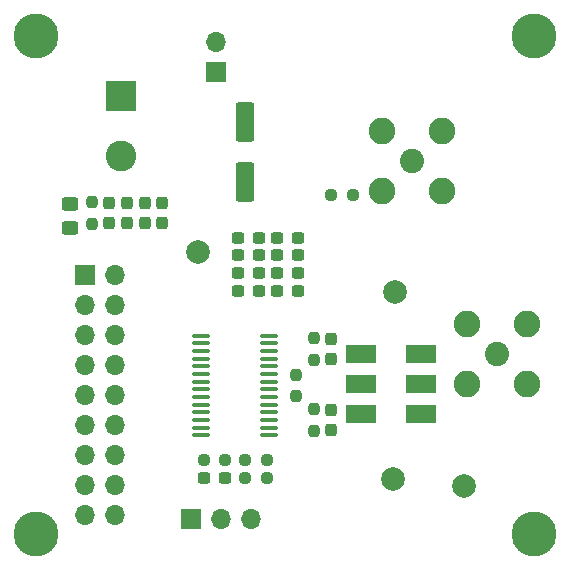
<source format=gts>
G04 #@! TF.GenerationSoftware,KiCad,Pcbnew,8.0.6*
G04 #@! TF.CreationDate,2025-01-01T01:36:39-07:00*
G04 #@! TF.ProjectId,AD9744 Ersatz Eval Board Rev. A,41443937-3434-4204-9572-7361747a2045,rev?*
G04 #@! TF.SameCoordinates,Original*
G04 #@! TF.FileFunction,Soldermask,Top*
G04 #@! TF.FilePolarity,Negative*
%FSLAX46Y46*%
G04 Gerber Fmt 4.6, Leading zero omitted, Abs format (unit mm)*
G04 Created by KiCad (PCBNEW 8.0.6) date 2025-01-01 01:36:39*
%MOMM*%
%LPD*%
G01*
G04 APERTURE LIST*
G04 Aperture macros list*
%AMRoundRect*
0 Rectangle with rounded corners*
0 $1 Rounding radius*
0 $2 $3 $4 $5 $6 $7 $8 $9 X,Y pos of 4 corners*
0 Add a 4 corners polygon primitive as box body*
4,1,4,$2,$3,$4,$5,$6,$7,$8,$9,$2,$3,0*
0 Add four circle primitives for the rounded corners*
1,1,$1+$1,$2,$3*
1,1,$1+$1,$4,$5*
1,1,$1+$1,$6,$7*
1,1,$1+$1,$8,$9*
0 Add four rect primitives between the rounded corners*
20,1,$1+$1,$2,$3,$4,$5,0*
20,1,$1+$1,$4,$5,$6,$7,0*
20,1,$1+$1,$6,$7,$8,$9,0*
20,1,$1+$1,$8,$9,$2,$3,0*%
G04 Aperture macros list end*
%ADD10RoundRect,0.237500X0.250000X0.237500X-0.250000X0.237500X-0.250000X-0.237500X0.250000X-0.237500X0*%
%ADD11R,1.700000X1.700000*%
%ADD12O,1.700000X1.700000*%
%ADD13C,3.800000*%
%ADD14RoundRect,0.237500X0.300000X0.237500X-0.300000X0.237500X-0.300000X-0.237500X0.300000X-0.237500X0*%
%ADD15RoundRect,0.237500X-0.237500X0.300000X-0.237500X-0.300000X0.237500X-0.300000X0.237500X0.300000X0*%
%ADD16RoundRect,0.237500X-0.250000X-0.237500X0.250000X-0.237500X0.250000X0.237500X-0.250000X0.237500X0*%
%ADD17RoundRect,0.237500X-0.300000X-0.237500X0.300000X-0.237500X0.300000X0.237500X-0.300000X0.237500X0*%
%ADD18RoundRect,0.237500X-0.237500X0.287500X-0.237500X-0.287500X0.237500X-0.287500X0.237500X0.287500X0*%
%ADD19C,2.000000*%
%ADD20R,2.540000X1.650000*%
%ADD21RoundRect,0.237500X-0.237500X0.250000X-0.237500X-0.250000X0.237500X-0.250000X0.237500X0.250000X0*%
%ADD22RoundRect,0.237500X0.237500X-0.250000X0.237500X0.250000X-0.237500X0.250000X-0.237500X-0.250000X0*%
%ADD23C,2.050000*%
%ADD24C,2.250000*%
%ADD25RoundRect,0.250000X-0.450000X0.325000X-0.450000X-0.325000X0.450000X-0.325000X0.450000X0.325000X0*%
%ADD26RoundRect,0.100000X-0.637500X-0.100000X0.637500X-0.100000X0.637500X0.100000X-0.637500X0.100000X0*%
%ADD27RoundRect,0.250000X0.550000X-1.412500X0.550000X1.412500X-0.550000X1.412500X-0.550000X-1.412500X0*%
%ADD28R,2.600000X2.600000*%
%ADD29C,2.600000*%
%ADD30RoundRect,0.237500X0.237500X-0.300000X0.237500X0.300000X-0.237500X0.300000X-0.237500X-0.300000X0*%
G04 APERTURE END LIST*
D10*
X140100000Y-116340000D03*
X138275000Y-116340000D03*
D11*
X124735000Y-100640000D03*
D12*
X127275000Y-100640000D03*
X124735000Y-103180000D03*
X127275000Y-103180000D03*
X124735000Y-105720000D03*
X127275000Y-105720000D03*
X124735000Y-108260000D03*
X127275000Y-108260000D03*
X124735000Y-110800000D03*
X127275000Y-110800000D03*
X124735000Y-113340000D03*
X127275000Y-113340000D03*
X124735000Y-115880000D03*
X127275000Y-115880000D03*
X124735000Y-118420000D03*
X127275000Y-118420000D03*
X124735000Y-120960000D03*
X127275000Y-120960000D03*
D13*
X162775000Y-122600000D03*
D14*
X139435000Y-97500000D03*
X137710000Y-97500000D03*
D15*
X126775000Y-94575000D03*
X126775000Y-96300000D03*
D16*
X134775000Y-116340000D03*
X136600000Y-116340000D03*
D17*
X141010000Y-100500000D03*
X142735000Y-100500000D03*
D18*
X128275000Y-94562500D03*
X128275000Y-96312500D03*
D15*
X129775000Y-94575000D03*
X129775000Y-96300000D03*
D19*
X150775000Y-117950000D03*
X150975000Y-102100000D03*
D20*
X153155000Y-112450000D03*
X153155000Y-109910000D03*
X153155000Y-107370000D03*
X148075000Y-107370000D03*
X148075000Y-109910000D03*
X148075000Y-112450000D03*
D17*
X141010000Y-97500000D03*
X142735000Y-97500000D03*
D21*
X125275000Y-94525000D03*
X125275000Y-96350000D03*
D13*
X120575000Y-122600000D03*
D22*
X144075000Y-107862500D03*
X144075000Y-106037500D03*
D23*
X159635000Y-107360000D03*
D24*
X157095000Y-104820000D03*
X157095000Y-109900000D03*
X162175000Y-104820000D03*
X162175000Y-109900000D03*
D10*
X140100000Y-117840000D03*
X138275000Y-117840000D03*
D21*
X144075000Y-112037500D03*
X144075000Y-113862500D03*
D13*
X120575000Y-80400000D03*
D11*
X135775000Y-83475000D03*
D12*
X135775000Y-80935000D03*
D18*
X131275000Y-94562500D03*
X131275000Y-96312500D03*
D14*
X139435000Y-99000000D03*
X137710000Y-99000000D03*
D11*
X133735000Y-121300000D03*
D12*
X136275000Y-121300000D03*
X138815000Y-121300000D03*
D23*
X152365000Y-91050000D03*
D24*
X149825000Y-88510000D03*
X149825000Y-93590000D03*
X154905000Y-88510000D03*
X154905000Y-93590000D03*
D14*
X139435000Y-100500000D03*
X137710000Y-100500000D03*
D17*
X141010000Y-99000000D03*
X142735000Y-99000000D03*
D25*
X123475000Y-94675000D03*
X123475000Y-96725000D03*
D21*
X142575000Y-109125000D03*
X142575000Y-110950000D03*
D26*
X134550000Y-105800000D03*
X134550000Y-106450000D03*
X134550000Y-107100000D03*
X134550000Y-107750000D03*
X134550000Y-108400000D03*
X134550000Y-109050000D03*
X134550000Y-109700000D03*
X134550000Y-110350000D03*
X134550000Y-111000000D03*
X134550000Y-111650000D03*
X134550000Y-112300000D03*
X134550000Y-112950000D03*
X134550000Y-113600000D03*
X134550000Y-114250000D03*
X140275000Y-114250000D03*
X140275000Y-113600000D03*
X140275000Y-112950000D03*
X140275000Y-112300000D03*
X140275000Y-111650000D03*
X140275000Y-111000000D03*
X140275000Y-110350000D03*
X140275000Y-109700000D03*
X140275000Y-109050000D03*
X140275000Y-108400000D03*
X140275000Y-107750000D03*
X140275000Y-107100000D03*
X140275000Y-106450000D03*
X140275000Y-105800000D03*
D27*
X138275000Y-92800000D03*
X138275000Y-87725000D03*
D17*
X134825000Y-117840000D03*
X136550000Y-117840000D03*
D28*
X127775000Y-85520000D03*
D29*
X127775000Y-90600000D03*
D19*
X134275000Y-98700000D03*
D30*
X145575000Y-107812500D03*
X145575000Y-106087500D03*
D19*
X156775000Y-118500000D03*
D10*
X147387500Y-93900000D03*
X145562500Y-93900000D03*
D17*
X141012500Y-102000000D03*
X142737500Y-102000000D03*
D14*
X139435000Y-102000000D03*
X137710000Y-102000000D03*
D15*
X145575000Y-112087500D03*
X145575000Y-113812500D03*
D13*
X162775000Y-80400000D03*
M02*

</source>
